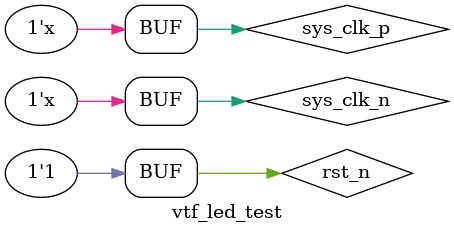
<source format=v>
`timescale 100ps / 1ps

module vtf_led_test;
	// Inputs
	reg sys_clk_p;
	wire sys_clk_n;
	reg rst_n;

	// Outputs
	wire [3:0] led;

	// Instantiate the Unit Under Test (UUT)
	led uut (
		.sys_clk_p(sys_clk_p), 
		.sys_clk_n(sys_clk_n), 		
		.rst_n(rst_n), 
		.led(led)
	);

	initial begin
		// Initialize Inputs
		sys_clk_p = 0;
		rst_n = 0;

		// Wait 100 ns for global reset to finish
		#1000;
          rst_n = 1;        
		// Add stimulus here
		#20000;
      //  $stop;
	 end
   
    always #25 sys_clk_p = ~ sys_clk_p;   //5nsÒ»¸öÖÜÆÚ£¬²úÉú200MHzÊ±ÖÓÔ´
    assign sys_clk_n=~sys_clk_p;
   
endmodule


</source>
